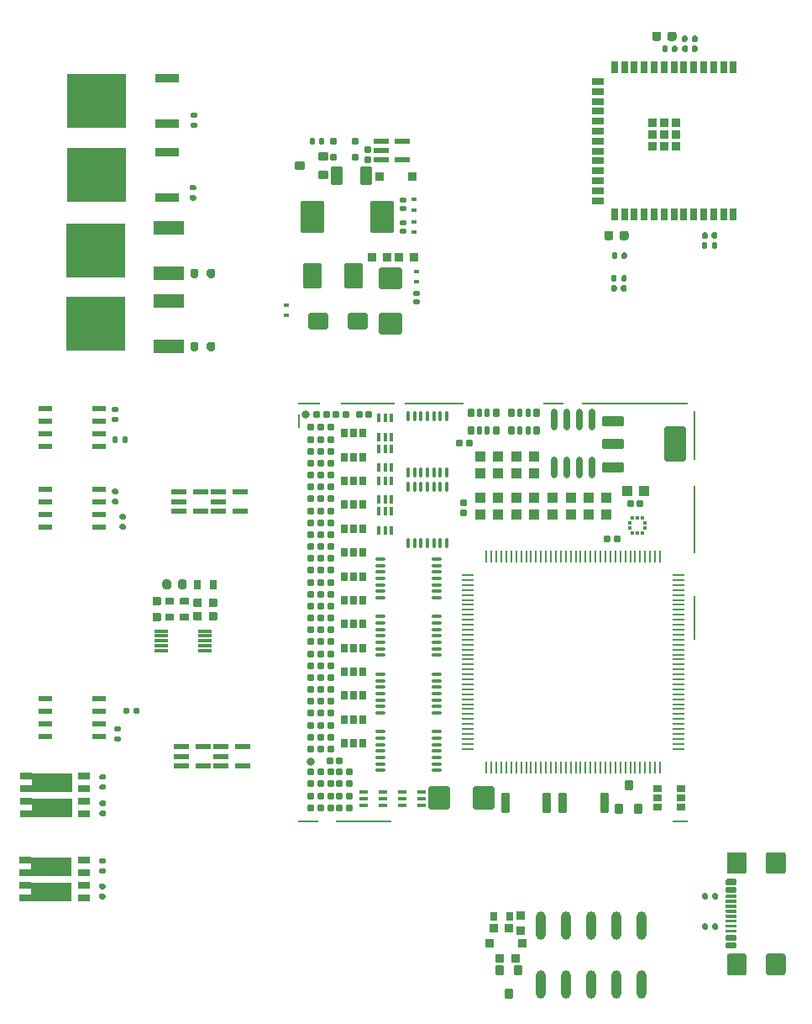
<source format=gtp>
G75*
G70*
%OFA0B0*%
%FSLAX25Y25*%
%IPPOS*%
%LPD*%
%AMOC8*
5,1,8,0,0,1.08239X$1,22.5*
%
%AMM125*
21,1,0.033470,0.026770,-0.000000,-0.000000,0.000000*
21,1,0.026770,0.033470,-0.000000,-0.000000,0.000000*
1,1,0.006690,0.013390,-0.013390*
1,1,0.006690,-0.013390,-0.013390*
1,1,0.006690,-0.013390,0.013390*
1,1,0.006690,0.013390,0.013390*
%
%AMM126*
21,1,0.035830,0.026770,-0.000000,-0.000000,180.000000*
21,1,0.029130,0.033470,-0.000000,-0.000000,180.000000*
1,1,0.006690,-0.014570,0.013390*
1,1,0.006690,0.014570,0.013390*
1,1,0.006690,0.014570,-0.013390*
1,1,0.006690,-0.014570,-0.013390*
%
%AMM127*
21,1,0.027560,0.030710,-0.000000,-0.000000,180.000000*
21,1,0.022050,0.036220,-0.000000,-0.000000,180.000000*
1,1,0.005510,-0.011020,0.015350*
1,1,0.005510,0.011020,0.015350*
1,1,0.005510,0.011020,-0.015350*
1,1,0.005510,-0.011020,-0.015350*
%
%AMM128*
21,1,0.035430,0.030320,-0.000000,-0.000000,180.000000*
21,1,0.028350,0.037400,-0.000000,-0.000000,180.000000*
1,1,0.007090,-0.014170,0.015160*
1,1,0.007090,0.014170,0.015160*
1,1,0.007090,0.014170,-0.015160*
1,1,0.007090,-0.014170,-0.015160*
%
%AMM129*
21,1,0.033470,0.026770,-0.000000,-0.000000,90.000000*
21,1,0.026770,0.033470,-0.000000,-0.000000,90.000000*
1,1,0.006690,0.013390,0.013390*
1,1,0.006690,0.013390,-0.013390*
1,1,0.006690,-0.013390,-0.013390*
1,1,0.006690,-0.013390,0.013390*
%
%AMM2*
21,1,0.035830,0.026770,0.000000,0.000000,0.000000*
21,1,0.029130,0.033470,0.000000,0.000000,0.000000*
1,1,0.006690,0.014570,-0.013390*
1,1,0.006690,-0.014570,-0.013390*
1,1,0.006690,-0.014570,0.013390*
1,1,0.006690,0.014570,0.013390*
%
%AMM21*
21,1,0.086610,0.073230,0.000000,0.000000,270.000000*
21,1,0.069290,0.090550,0.000000,0.000000,270.000000*
1,1,0.017320,-0.036610,-0.034650*
1,1,0.017320,-0.036610,0.034650*
1,1,0.017320,0.036610,0.034650*
1,1,0.017320,0.036610,-0.034650*
%
%AMM22*
21,1,0.094490,0.111020,0.000000,0.000000,0.000000*
21,1,0.075590,0.129920,0.000000,0.000000,0.000000*
1,1,0.018900,0.037800,-0.055510*
1,1,0.018900,-0.037800,-0.055510*
1,1,0.018900,-0.037800,0.055510*
1,1,0.018900,0.037800,0.055510*
%
%AMM23*
21,1,0.074800,0.083460,0.000000,0.000000,0.000000*
21,1,0.059840,0.098430,0.000000,0.000000,0.000000*
1,1,0.014960,0.029920,-0.041730*
1,1,0.014960,-0.029920,-0.041730*
1,1,0.014960,-0.029920,0.041730*
1,1,0.014960,0.029920,0.041730*
%
%AMM24*
21,1,0.078740,0.053540,0.000000,0.000000,180.000000*
21,1,0.065350,0.066930,0.000000,0.000000,180.000000*
1,1,0.013390,-0.032680,0.026770*
1,1,0.013390,0.032680,0.026770*
1,1,0.013390,0.032680,-0.026770*
1,1,0.013390,-0.032680,-0.026770*
%
%AMM25*
21,1,0.035430,0.030320,0.000000,0.000000,90.000000*
21,1,0.028350,0.037400,0.000000,0.000000,90.000000*
1,1,0.007090,0.015160,0.014170*
1,1,0.007090,0.015160,-0.014170*
1,1,0.007090,-0.015160,-0.014170*
1,1,0.007090,-0.015160,0.014170*
%
%AMM253*
21,1,0.035430,0.030320,0.000000,-0.000000,0.000000*
21,1,0.028350,0.037400,0.000000,-0.000000,0.000000*
1,1,0.007090,0.014170,-0.015160*
1,1,0.007090,-0.014170,-0.015160*
1,1,0.007090,-0.014170,0.015160*
1,1,0.007090,0.014170,0.015160*
%
%AMM254*
21,1,0.043310,0.075980,0.000000,-0.000000,270.000000*
21,1,0.034650,0.084650,0.000000,-0.000000,270.000000*
1,1,0.008660,-0.037990,-0.017320*
1,1,0.008660,-0.037990,0.017320*
1,1,0.008660,0.037990,0.017320*
1,1,0.008660,0.037990,-0.017320*
%
%AMM255*
21,1,0.043310,0.075990,0.000000,-0.000000,270.000000*
21,1,0.034650,0.084650,0.000000,-0.000000,270.000000*
1,1,0.008660,-0.037990,-0.017320*
1,1,0.008660,-0.037990,0.017320*
1,1,0.008660,0.037990,0.017320*
1,1,0.008660,0.037990,-0.017320*
%
%AMM256*
21,1,0.137800,0.067720,0.000000,-0.000000,270.000000*
21,1,0.120870,0.084650,0.000000,-0.000000,270.000000*
1,1,0.016930,-0.033860,-0.060430*
1,1,0.016930,-0.033860,0.060430*
1,1,0.016930,0.033860,0.060430*
1,1,0.016930,0.033860,-0.060430*
%
%AMM257*
21,1,0.039370,0.035430,0.000000,-0.000000,270.000000*
21,1,0.031500,0.043310,0.000000,-0.000000,270.000000*
1,1,0.007870,-0.017720,-0.015750*
1,1,0.007870,-0.017720,0.015750*
1,1,0.007870,0.017720,0.015750*
1,1,0.007870,0.017720,-0.015750*
%
%AMM258*
21,1,0.023620,0.030710,0.000000,-0.000000,90.000000*
21,1,0.018900,0.035430,0.000000,-0.000000,90.000000*
1,1,0.004720,0.015350,0.009450*
1,1,0.004720,0.015350,-0.009450*
1,1,0.004720,-0.015350,-0.009450*
1,1,0.004720,-0.015350,0.009450*
%
%AMM259*
21,1,0.027560,0.018900,0.000000,-0.000000,90.000000*
21,1,0.022840,0.023620,0.000000,-0.000000,90.000000*
1,1,0.004720,0.009450,0.011420*
1,1,0.004720,0.009450,-0.011420*
1,1,0.004720,-0.009450,-0.011420*
1,1,0.004720,-0.009450,0.011420*
%
%AMM26*
21,1,0.021650,0.052760,0.000000,0.000000,270.000000*
21,1,0.017320,0.057090,0.000000,0.000000,270.000000*
1,1,0.004330,-0.026380,-0.008660*
1,1,0.004330,-0.026380,0.008660*
1,1,0.004330,0.026380,0.008660*
1,1,0.004330,0.026380,-0.008660*
%
%AMM260*
21,1,0.023620,0.030710,0.000000,-0.000000,180.000000*
21,1,0.018900,0.035430,0.000000,-0.000000,180.000000*
1,1,0.004720,-0.009450,0.015350*
1,1,0.004720,0.009450,0.015350*
1,1,0.004720,0.009450,-0.015350*
1,1,0.004720,-0.009450,-0.015350*
%
%AMM261*
21,1,0.086610,0.073230,0.000000,-0.000000,0.000000*
21,1,0.069290,0.090550,0.000000,-0.000000,0.000000*
1,1,0.017320,0.034650,-0.036610*
1,1,0.017320,-0.034650,-0.036610*
1,1,0.017320,-0.034650,0.036610*
1,1,0.017320,0.034650,0.036610*
%
%AMM262*
21,1,0.025590,0.026380,0.000000,-0.000000,0.000000*
21,1,0.020470,0.031500,0.000000,-0.000000,0.000000*
1,1,0.005120,0.010240,-0.013190*
1,1,0.005120,-0.010240,-0.013190*
1,1,0.005120,-0.010240,0.013190*
1,1,0.005120,0.010240,0.013190*
%
%AMM263*
21,1,0.017720,0.027950,0.000000,-0.000000,0.000000*
21,1,0.014170,0.031500,0.000000,-0.000000,0.000000*
1,1,0.003540,0.007090,-0.013980*
1,1,0.003540,-0.007090,-0.013980*
1,1,0.003540,-0.007090,0.013980*
1,1,0.003540,0.007090,0.013980*
%
%AMM264*
21,1,0.031500,0.072440,0.000000,-0.000000,0.000000*
21,1,0.025200,0.078740,0.000000,-0.000000,0.000000*
1,1,0.006300,0.012600,-0.036220*
1,1,0.006300,-0.012600,-0.036220*
1,1,0.006300,-0.012600,0.036220*
1,1,0.006300,0.012600,0.036220*
%
%AMM265*
21,1,0.012600,0.028980,0.000000,-0.000000,0.000000*
21,1,0.010080,0.031500,0.000000,-0.000000,0.000000*
1,1,0.002520,0.005040,-0.014490*
1,1,0.002520,-0.005040,-0.014490*
1,1,0.002520,-0.005040,0.014490*
1,1,0.002520,0.005040,0.014490*
%
%AMM266*
21,1,0.012600,0.028980,0.000000,-0.000000,90.000000*
21,1,0.010080,0.031500,0.000000,-0.000000,90.000000*
1,1,0.002520,0.014490,0.005040*
1,1,0.002520,0.014490,-0.005040*
1,1,0.002520,-0.014490,-0.005040*
1,1,0.002520,-0.014490,0.005040*
%
%AMM267*
21,1,0.039370,0.035430,0.000000,-0.000000,180.000000*
21,1,0.031500,0.043310,0.000000,-0.000000,180.000000*
1,1,0.007870,-0.015750,0.017720*
1,1,0.007870,0.015750,0.017720*
1,1,0.007870,0.015750,-0.017720*
1,1,0.007870,-0.015750,-0.017720*
%
%AMM268*
21,1,0.027560,0.018900,0.000000,-0.000000,0.000000*
21,1,0.022840,0.023620,0.000000,-0.000000,0.000000*
1,1,0.004720,0.011420,-0.009450*
1,1,0.004720,-0.011420,-0.009450*
1,1,0.004720,-0.011420,0.009450*
1,1,0.004720,0.011420,0.009450*
%
%AMM27*
21,1,0.070870,0.036220,0.000000,0.000000,90.000000*
21,1,0.061810,0.045280,0.000000,0.000000,90.000000*
1,1,0.009060,0.018110,0.030910*
1,1,0.009060,0.018110,-0.030910*
1,1,0.009060,-0.018110,-0.030910*
1,1,0.009060,-0.018110,0.030910*
%
%AMM28*
21,1,0.033470,0.026770,0.000000,0.000000,0.000000*
21,1,0.026770,0.033470,0.000000,0.000000,0.000000*
1,1,0.006690,0.013390,-0.013390*
1,1,0.006690,-0.013390,-0.013390*
1,1,0.006690,-0.013390,0.013390*
1,1,0.006690,0.013390,0.013390*
%
%AMM29*
21,1,0.015750,0.016540,0.000000,0.000000,270.000000*
21,1,0.012600,0.019680,0.000000,0.000000,270.000000*
1,1,0.003150,-0.008270,-0.006300*
1,1,0.003150,-0.008270,0.006300*
1,1,0.003150,0.008270,0.006300*
1,1,0.003150,0.008270,-0.006300*
%
%AMM30*
21,1,0.023620,0.018900,0.000000,0.000000,90.000000*
21,1,0.018900,0.023620,0.000000,0.000000,90.000000*
1,1,0.004720,0.009450,0.009450*
1,1,0.004720,0.009450,-0.009450*
1,1,0.004720,-0.009450,-0.009450*
1,1,0.004720,-0.009450,0.009450*
%
%AMM31*
21,1,0.019680,0.019680,0.000000,0.000000,0.000000*
21,1,0.015750,0.023620,0.000000,0.000000,0.000000*
1,1,0.003940,0.007870,-0.009840*
1,1,0.003940,-0.007870,-0.009840*
1,1,0.003940,-0.007870,0.009840*
1,1,0.003940,0.007870,0.009840*
%
%AMM32*
21,1,0.019680,0.019680,0.000000,0.000000,270.000000*
21,1,0.015750,0.023620,0.000000,0.000000,270.000000*
1,1,0.003940,-0.009840,-0.007870*
1,1,0.003940,-0.009840,0.007870*
1,1,0.003940,0.009840,0.007870*
1,1,0.003940,0.009840,-0.007870*
%
%ADD107M21*%
%ADD108M22*%
%ADD109M23*%
%ADD110M24*%
%ADD111M25*%
%ADD112M26*%
%ADD113M27*%
%ADD114M28*%
%ADD115M29*%
%ADD116M30*%
%ADD117M31*%
%ADD118M32*%
%ADD120C,0.03150*%
%ADD156O,0.00866X0.05118*%
%ADD157O,0.05118X0.00866*%
%ADD169O,0.01181X0.04331*%
%ADD170O,0.04331X0.01181*%
%ADD174R,0.01476X0.01378*%
%ADD175R,0.01378X0.01476*%
%ADD21R,0.05750X0.02100*%
%ADD23R,0.12000X0.05500*%
%ADD24R,0.23300X0.21700*%
%ADD244R,0.05512X0.01181*%
%ADD269M125*%
%ADD270M126*%
%ADD271M127*%
%ADD272M128*%
%ADD273M129*%
%ADD302O,0.02362X0.08661*%
%ADD39R,0.02800X0.05100*%
%ADD40R,0.05100X0.02800*%
%ADD406M253*%
%ADD407M254*%
%ADD408M255*%
%ADD409M256*%
%ADD41R,0.03500X0.03500*%
%ADD410M257*%
%ADD411M258*%
%ADD412M259*%
%ADD413M260*%
%ADD414M261*%
%ADD415M262*%
%ADD416M263*%
%ADD417M264*%
%ADD418M265*%
%ADD419M266*%
%ADD42R,0.04528X0.02756*%
%ADD420M267*%
%ADD421M268*%
%ADD43R,0.04724X0.02756*%
%ADD44R,0.16142X0.07756*%
%ADD45R,0.09800X0.03700*%
%ADD66R,0.09055X0.00787*%
%ADD67R,0.42126X0.00787*%
%ADD68R,0.08268X0.00787*%
%ADD69R,0.23622X0.00787*%
%ADD70R,0.21260X0.00787*%
%ADD71R,0.00787X0.05512*%
%ADD72R,0.00787X0.19685*%
%ADD73R,0.00787X0.26772*%
%ADD74R,0.00787X0.17717*%
%ADD75R,0.06299X0.00787*%
%ADD76R,0.22441X0.00787*%
%ADD77R,0.07874X0.00787*%
%ADD79O,0.04016X0.11221*%
%ADD81M2*%
X0000000Y0000000D02*
%LPD*%
G01*
G36*
G01*
X0132362Y0119744D02*
X0132362Y0121201D01*
G75*
G02*
X0132894Y0121732I0000531J0000000D01*
G01*
X0133957Y0121732D01*
G75*
G02*
X0134488Y0121201I0000000J-000531D01*
G01*
X0134488Y0119744D01*
G75*
G02*
X0133957Y0119213I-000531J0000000D01*
G01*
X0132894Y0119213D01*
G75*
G02*
X0132362Y0119744I0000000J0000531D01*
G01*
G37*
G36*
G01*
X0136378Y0119744D02*
X0136378Y0121201D01*
G75*
G02*
X0136909Y0121732I0000531J0000000D01*
G01*
X0137972Y0121732D01*
G75*
G02*
X0138504Y0121201I0000000J-000531D01*
G01*
X0138504Y0119744D01*
G75*
G02*
X0137972Y0119213I-000531J0000000D01*
G01*
X0136909Y0119213D01*
G75*
G02*
X0136378Y0119744I0000000J0000531D01*
G01*
G37*
G36*
G01*
X0168575Y0295083D02*
X0168575Y0292917D01*
G75*
G02*
X0167787Y0292130I-000787J0000000D01*
G01*
X0166213Y0292130D01*
G75*
G02*
X0165425Y0292917I0000000J0000787D01*
G01*
X0165425Y0295083D01*
G75*
G02*
X0166213Y0295870I0000787J0000000D01*
G01*
X0167787Y0295870D01*
G75*
G02*
X0168575Y0295083I0000000J-000787D01*
G01*
G37*
G36*
G01*
X0162079Y0295083D02*
X0162079Y0292917D01*
G75*
G02*
X0161291Y0292130I-000787J0000000D01*
G01*
X0159717Y0292130D01*
G75*
G02*
X0158929Y0292917I0000000J0000787D01*
G01*
X0158929Y0295083D01*
G75*
G02*
X0159717Y0295870I0000787J0000000D01*
G01*
X0161291Y0295870D01*
G75*
G02*
X0162079Y0295083I0000000J-000787D01*
G01*
G37*
G36*
G01*
X0160965Y0351654D02*
X0159508Y0351654D01*
G75*
G02*
X0158976Y0352185I0000000J0000531D01*
G01*
X0158976Y0353248D01*
G75*
G02*
X0159508Y0353780I0000531J0000000D01*
G01*
X0160965Y0353780D01*
G75*
G02*
X0161496Y0353248I0000000J-000531D01*
G01*
X0161496Y0352185D01*
G75*
G02*
X0160965Y0351654I-000531J0000000D01*
G01*
G37*
G36*
G01*
X0160965Y0355669D02*
X0159508Y0355669D01*
G75*
G02*
X0158976Y0356201I0000000J0000531D01*
G01*
X0158976Y0357264D01*
G75*
G02*
X0159508Y0357795I0000531J0000000D01*
G01*
X0160965Y0357795D01*
G75*
G02*
X0161496Y0357264I0000000J-000531D01*
G01*
X0161496Y0356201D01*
G75*
G02*
X0160965Y0355669I-000531J0000000D01*
G01*
G37*
G36*
G01*
X0326118Y0300331D02*
X0326118Y0301669D01*
G75*
G02*
X0326669Y0302220I0000551J0000000D01*
G01*
X0327772Y0302220D01*
G75*
G02*
X0328323Y0301669I0000000J-000551D01*
G01*
X0328323Y0300331D01*
G75*
G02*
X0327772Y0299780I-000551J0000000D01*
G01*
X0326669Y0299780D01*
G75*
G02*
X0326118Y0300331I0000000J0000551D01*
G01*
G37*
G36*
G01*
X0329898Y0300331D02*
X0329898Y0301669D01*
G75*
G02*
X0330449Y0302220I0000551J0000000D01*
G01*
X0331551Y0302220D01*
G75*
G02*
X0332102Y0301669I0000000J-000551D01*
G01*
X0332102Y0300331D01*
G75*
G02*
X0331551Y0299780I-000551J0000000D01*
G01*
X0330449Y0299780D01*
G75*
G02*
X0329898Y0300331I0000000J0000551D01*
G01*
G37*
D21*
X0122725Y0225500D03*
X0122725Y0230500D03*
X0122725Y0235500D03*
X0122725Y0240500D03*
X0101275Y0240500D03*
X0101275Y0235500D03*
X0101275Y0230500D03*
X0101275Y0225500D03*
G36*
G01*
X0331988Y0288679D02*
X0331988Y0287321D01*
G75*
G02*
X0331407Y0286740I-000581J0000000D01*
G01*
X0330246Y0286740D01*
G75*
G02*
X0329665Y0287321I0000000J0000581D01*
G01*
X0329665Y0288679D01*
G75*
G02*
X0330246Y0289260I0000581J0000000D01*
G01*
X0331407Y0289260D01*
G75*
G02*
X0331988Y0288679I0000000J-000581D01*
G01*
G37*
G36*
G01*
X0328169Y0288679D02*
X0328169Y0287321D01*
G75*
G02*
X0327589Y0286740I-000581J0000000D01*
G01*
X0326427Y0286740D01*
G75*
G02*
X0325846Y0287321I0000000J0000581D01*
G01*
X0325846Y0288679D01*
G75*
G02*
X0326427Y0289260I0000581J0000000D01*
G01*
X0327589Y0289260D01*
G75*
G02*
X0328169Y0288679I0000000J-000581D01*
G01*
G37*
G36*
G01*
X0132728Y0192429D02*
X0131272Y0192429D01*
G75*
G02*
X0130740Y0192961I0000000J0000531D01*
G01*
X0130740Y0194024D01*
G75*
G02*
X0131272Y0194555I0000531J0000000D01*
G01*
X0132728Y0194555D01*
G75*
G02*
X0133260Y0194024I0000000J-000531D01*
G01*
X0133260Y0192961D01*
G75*
G02*
X0132728Y0192429I-000531J0000000D01*
G01*
G37*
G36*
G01*
X0132728Y0196445D02*
X0131272Y0196445D01*
G75*
G02*
X0130740Y0196976I0000000J0000531D01*
G01*
X0130740Y0198039D01*
G75*
G02*
X0131272Y0198571I0000531J0000000D01*
G01*
X0132728Y0198571D01*
G75*
G02*
X0133260Y0198039I0000000J-000531D01*
G01*
X0133260Y0196976D01*
G75*
G02*
X0132728Y0196445I-000531J0000000D01*
G01*
G37*
D23*
X0150300Y0264984D03*
D24*
X0121350Y0274000D03*
D23*
X0150300Y0283016D03*
G36*
G01*
X0123189Y0062028D02*
X0124646Y0062028D01*
G75*
G02*
X0125177Y0061496I0000000J-000531D01*
G01*
X0125177Y0060433D01*
G75*
G02*
X0124646Y0059902I-000531J0000000D01*
G01*
X0123189Y0059902D01*
G75*
G02*
X0122657Y0060433I0000000J0000531D01*
G01*
X0122657Y0061496D01*
G75*
G02*
X0123189Y0062028I0000531J0000000D01*
G01*
G37*
G36*
G01*
X0123189Y0058012D02*
X0124646Y0058012D01*
G75*
G02*
X0125177Y0057480I0000000J-000531D01*
G01*
X0125177Y0056417D01*
G75*
G02*
X0124646Y0055886I-000531J0000000D01*
G01*
X0123189Y0055886D01*
G75*
G02*
X0122657Y0056417I0000000J0000531D01*
G01*
X0122657Y0057480D01*
G75*
G02*
X0123189Y0058012I0000531J0000000D01*
G01*
G37*
X0150300Y0293984D03*
D24*
X0121350Y0303000D03*
D23*
X0150300Y0312016D03*
G36*
G01*
X0346118Y0382331D02*
X0346118Y0383669D01*
G75*
G02*
X0346669Y0384220I0000551J0000000D01*
G01*
X0347772Y0384220D01*
G75*
G02*
X0348323Y0383669I0000000J-000551D01*
G01*
X0348323Y0382331D01*
G75*
G02*
X0347772Y0381780I-000551J0000000D01*
G01*
X0346669Y0381780D01*
G75*
G02*
X0346118Y0382331I0000000J0000551D01*
G01*
G37*
G36*
G01*
X0349898Y0382331D02*
X0349898Y0383669D01*
G75*
G02*
X0350449Y0384220I0000551J0000000D01*
G01*
X0351551Y0384220D01*
G75*
G02*
X0352102Y0383669I0000000J-000551D01*
G01*
X0352102Y0382331D01*
G75*
G02*
X0351551Y0381780I-000551J0000000D01*
G01*
X0350449Y0381780D01*
G75*
G02*
X0349898Y0382331I0000000J0000551D01*
G01*
G37*
G36*
G01*
X0129728Y0234937D02*
X0128272Y0234937D01*
G75*
G02*
X0127740Y0235469I0000000J0000531D01*
G01*
X0127740Y0236531D01*
G75*
G02*
X0128272Y0237063I0000531J0000000D01*
G01*
X0129728Y0237063D01*
G75*
G02*
X0130260Y0236531I0000000J-000531D01*
G01*
X0130260Y0235469D01*
G75*
G02*
X0129728Y0234937I-000531J0000000D01*
G01*
G37*
G36*
G01*
X0129728Y0238953D02*
X0128272Y0238953D01*
G75*
G02*
X0127740Y0239484I0000000J0000531D01*
G01*
X0127740Y0240547D01*
G75*
G02*
X0128272Y0241079I0000531J0000000D01*
G01*
X0129728Y0241079D01*
G75*
G02*
X0130260Y0240547I0000000J-000531D01*
G01*
X0130260Y0239484D01*
G75*
G02*
X0129728Y0238953I-000531J0000000D01*
G01*
G37*
G36*
G01*
X0127929Y0227272D02*
X0127929Y0228728D01*
G75*
G02*
X0128461Y0229260I0000531J0000000D01*
G01*
X0129524Y0229260D01*
G75*
G02*
X0130055Y0228728I0000000J-000531D01*
G01*
X0130055Y0227272D01*
G75*
G02*
X0129524Y0226740I-000531J0000000D01*
G01*
X0128461Y0226740D01*
G75*
G02*
X0127929Y0227272I0000000J0000531D01*
G01*
G37*
G36*
G01*
X0131945Y0227272D02*
X0131945Y0228728D01*
G75*
G02*
X0132476Y0229260I0000531J0000000D01*
G01*
X0133539Y0229260D01*
G75*
G02*
X0134071Y0228728I0000000J-000531D01*
G01*
X0134071Y0227272D01*
G75*
G02*
X0133539Y0226740I-000531J0000000D01*
G01*
X0132476Y0226740D01*
G75*
G02*
X0131945Y0227272I0000000J0000531D01*
G01*
G37*
G36*
G01*
X0160571Y0322874D02*
X0159114Y0322874D01*
G75*
G02*
X0158583Y0323406I0000000J0000531D01*
G01*
X0158583Y0324469D01*
G75*
G02*
X0159114Y0325000I0000531J0000000D01*
G01*
X0160571Y0325000D01*
G75*
G02*
X0161102Y0324469I0000000J-000531D01*
G01*
X0161102Y0323406D01*
G75*
G02*
X0160571Y0322874I-000531J0000000D01*
G01*
G37*
G36*
G01*
X0160571Y0326890D02*
X0159114Y0326890D01*
G75*
G02*
X0158583Y0327421I0000000J0000531D01*
G01*
X0158583Y0328484D01*
G75*
G02*
X0159114Y0329016I0000531J0000000D01*
G01*
X0160571Y0329016D01*
G75*
G02*
X0161102Y0328484I0000000J-000531D01*
G01*
X0161102Y0327421D01*
G75*
G02*
X0160571Y0326890I-000531J0000000D01*
G01*
G37*
G36*
G01*
X0325937Y0291272D02*
X0325937Y0292728D01*
G75*
G02*
X0326469Y0293260I0000531J0000000D01*
G01*
X0327531Y0293260D01*
G75*
G02*
X0328063Y0292728I0000000J-000531D01*
G01*
X0328063Y0291272D01*
G75*
G02*
X0327531Y0290740I-000531J0000000D01*
G01*
X0326469Y0290740D01*
G75*
G02*
X0325937Y0291272I0000000J0000531D01*
G01*
G37*
G36*
G01*
X0329953Y0291272D02*
X0329953Y0292728D01*
G75*
G02*
X0330484Y0293260I0000531J0000000D01*
G01*
X0331547Y0293260D01*
G75*
G02*
X0332079Y0292728I0000000J-000531D01*
G01*
X0332079Y0291272D01*
G75*
G02*
X0331547Y0290740I-000531J0000000D01*
G01*
X0330484Y0290740D01*
G75*
G02*
X0329953Y0291272I0000000J0000531D01*
G01*
G37*
G36*
G01*
X0130650Y0108346D02*
X0129193Y0108346D01*
G75*
G02*
X0128661Y0108878I0000000J0000531D01*
G01*
X0128661Y0109941D01*
G75*
G02*
X0129193Y0110472I0000531J0000000D01*
G01*
X0130650Y0110472D01*
G75*
G02*
X0131181Y0109941I0000000J-000531D01*
G01*
X0131181Y0108878D01*
G75*
G02*
X0130650Y0108346I-000531J0000000D01*
G01*
G37*
G36*
G01*
X0130650Y0112362D02*
X0129193Y0112362D01*
G75*
G02*
X0128661Y0112894I0000000J0000531D01*
G01*
X0128661Y0113957D01*
G75*
G02*
X0129193Y0114488I0000531J0000000D01*
G01*
X0130650Y0114488D01*
G75*
G02*
X0131181Y0113957I0000000J-000531D01*
G01*
X0131181Y0112894D01*
G75*
G02*
X0130650Y0112362I-000531J0000000D01*
G01*
G37*
G36*
G01*
X0361929Y0304272D02*
X0361929Y0305728D01*
G75*
G02*
X0362461Y0306260I0000531J0000000D01*
G01*
X0363524Y0306260D01*
G75*
G02*
X0364055Y0305728I0000000J-000531D01*
G01*
X0364055Y0304272D01*
G75*
G02*
X0363524Y0303740I-000531J0000000D01*
G01*
X0362461Y0303740D01*
G75*
G02*
X0361929Y0304272I0000000J0000531D01*
G01*
G37*
G36*
G01*
X0365945Y0304272D02*
X0365945Y0305728D01*
G75*
G02*
X0366476Y0306260I0000531J0000000D01*
G01*
X0367539Y0306260D01*
G75*
G02*
X0368071Y0305728I0000000J-000531D01*
G01*
X0368071Y0304272D01*
G75*
G02*
X0367539Y0303740I-000531J0000000D01*
G01*
X0366476Y0303740D01*
G75*
G02*
X0365945Y0304272I0000000J0000531D01*
G01*
G37*
G36*
G01*
X0123287Y0084961D02*
X0124744Y0084961D01*
G75*
G02*
X0125276Y0084429I0000000J-000531D01*
G01*
X0125276Y0083366D01*
G75*
G02*
X0124744Y0082835I-000531J0000000D01*
G01*
X0123287Y0082835D01*
G75*
G02*
X0122756Y0083366I0000000J0000531D01*
G01*
X0122756Y0084429D01*
G75*
G02*
X0123287Y0084961I0000531J0000000D01*
G01*
G37*
G36*
G01*
X0123287Y0080945D02*
X0124744Y0080945D01*
G75*
G02*
X0125276Y0080413I0000000J-000531D01*
G01*
X0125276Y0079350D01*
G75*
G02*
X0124744Y0078819I-000531J0000000D01*
G01*
X0123287Y0078819D01*
G75*
G02*
X0122756Y0079350I0000000J0000531D01*
G01*
X0122756Y0080413D01*
G75*
G02*
X0123287Y0080945I0000531J0000000D01*
G01*
G37*
G36*
G01*
X0123287Y0095394D02*
X0124744Y0095394D01*
G75*
G02*
X0125276Y0094862I0000000J-000531D01*
G01*
X0125276Y0093799D01*
G75*
G02*
X0124744Y0093268I-000531J0000000D01*
G01*
X0123287Y0093268D01*
G75*
G02*
X0122756Y0093799I0000000J0000531D01*
G01*
X0122756Y0094862D01*
G75*
G02*
X0123287Y0095394I0000531J0000000D01*
G01*
G37*
G36*
G01*
X0123287Y0091378D02*
X0124744Y0091378D01*
G75*
G02*
X0125276Y0090846I0000000J-000531D01*
G01*
X0125276Y0089783D01*
G75*
G02*
X0124744Y0089252I-000531J0000000D01*
G01*
X0123287Y0089252D01*
G75*
G02*
X0122756Y0089783I0000000J0000531D01*
G01*
X0122756Y0090846D01*
G75*
G02*
X0123287Y0091378I0000531J0000000D01*
G01*
G37*
G36*
G01*
X0354020Y0386272D02*
X0354020Y0387728D01*
G75*
G02*
X0354551Y0388260I0000531J0000000D01*
G01*
X0355614Y0388260D01*
G75*
G02*
X0356146Y0387728I0000000J-000531D01*
G01*
X0356146Y0386272D01*
G75*
G02*
X0355614Y0385740I-000531J0000000D01*
G01*
X0354551Y0385740D01*
G75*
G02*
X0354020Y0386272I0000000J0000531D01*
G01*
G37*
G36*
G01*
X0358035Y0386272D02*
X0358035Y0387728D01*
G75*
G02*
X0358567Y0388260I0000531J0000000D01*
G01*
X0359630Y0388260D01*
G75*
G02*
X0360161Y0387728I0000000J-000531D01*
G01*
X0360161Y0386272D01*
G75*
G02*
X0359630Y0385740I-000531J0000000D01*
G01*
X0358567Y0385740D01*
G75*
G02*
X0358035Y0386272I0000000J0000531D01*
G01*
G37*
G36*
G01*
X0323126Y0308016D02*
X0323126Y0309984D01*
G75*
G02*
X0324012Y0310870I0000886J0000000D01*
G01*
X0325783Y0310870D01*
G75*
G02*
X0326669Y0309984I0000000J-000886D01*
G01*
X0326669Y0308016D01*
G75*
G02*
X0325783Y0307130I-000886J0000000D01*
G01*
X0324012Y0307130D01*
G75*
G02*
X0323126Y0308016I0000000J0000886D01*
G01*
G37*
G36*
G01*
X0329228Y0308016D02*
X0329228Y0309984D01*
G75*
G02*
X0330114Y0310870I0000886J0000000D01*
G01*
X0331886Y0310870D01*
G75*
G02*
X0332772Y0309984I0000000J-000886D01*
G01*
X0332772Y0308016D01*
G75*
G02*
X0331886Y0307130I-000886J0000000D01*
G01*
X0330114Y0307130D01*
G75*
G02*
X0329228Y0308016I0000000J0000886D01*
G01*
G37*
G36*
G01*
X0342126Y0387016D02*
X0342126Y0388984D01*
G75*
G02*
X0343012Y0389870I0000886J0000000D01*
G01*
X0344783Y0389870D01*
G75*
G02*
X0345669Y0388984I0000000J-000886D01*
G01*
X0345669Y0387016D01*
G75*
G02*
X0344783Y0386130I-000886J0000000D01*
G01*
X0343012Y0386130D01*
G75*
G02*
X0342126Y0387016I0000000J0000886D01*
G01*
G37*
G36*
G01*
X0348228Y0387016D02*
X0348228Y0388984D01*
G75*
G02*
X0349114Y0389870I0000886J0000000D01*
G01*
X0350886Y0389870D01*
G75*
G02*
X0351772Y0388984I0000000J-000886D01*
G01*
X0351772Y0387016D01*
G75*
G02*
X0350886Y0386130I-000886J0000000D01*
G01*
X0349114Y0386130D01*
G75*
G02*
X0348228Y0387016I0000000J0000886D01*
G01*
G37*
G36*
G01*
X0354020Y0382321D02*
X0354020Y0383679D01*
G75*
G02*
X0354600Y0384260I0000581J0000000D01*
G01*
X0355762Y0384260D01*
G75*
G02*
X0356343Y0383679I0000000J-000581D01*
G01*
X0356343Y0382321D01*
G75*
G02*
X0355762Y0381740I-000581J0000000D01*
G01*
X0354600Y0381740D01*
G75*
G02*
X0354020Y0382321I0000000J0000581D01*
G01*
G37*
G36*
G01*
X0357839Y0382321D02*
X0357839Y0383679D01*
G75*
G02*
X0358419Y0384260I0000581J0000000D01*
G01*
X0359581Y0384260D01*
G75*
G02*
X0360161Y0383679I0000000J-000581D01*
G01*
X0360161Y0382321D01*
G75*
G02*
X0359581Y0381740I-000581J0000000D01*
G01*
X0358419Y0381740D01*
G75*
G02*
X0357839Y0382321I0000000J0000581D01*
G01*
G37*
D21*
X0122725Y0193500D03*
X0122725Y0198500D03*
X0122725Y0203500D03*
X0122725Y0208500D03*
X0101275Y0208500D03*
X0101275Y0203500D03*
X0101275Y0198500D03*
X0101275Y0193500D03*
X0122725Y0110500D03*
X0122725Y0115500D03*
X0122725Y0120500D03*
X0122725Y0125500D03*
X0101275Y0125500D03*
X0101275Y0120500D03*
X0101275Y0115500D03*
X0101275Y0110500D03*
G36*
G01*
X0375128Y0026322D02*
X0371782Y0026322D01*
G75*
G02*
X0371191Y0026913I0000000J0000591D01*
G01*
X0371191Y0028094D01*
G75*
G02*
X0371782Y0028684I0000591J0000000D01*
G01*
X0375128Y0028684D01*
G75*
G02*
X0375719Y0028094I0000000J-000591D01*
G01*
X0375719Y0026913D01*
G75*
G02*
X0375128Y0026322I-000591J0000000D01*
G01*
G37*
G36*
G01*
X0375128Y0029472D02*
X0371782Y0029472D01*
G75*
G02*
X0371191Y0030062I0000000J0000591D01*
G01*
X0371191Y0031243D01*
G75*
G02*
X0371782Y0031834I0000591J0000000D01*
G01*
X0375128Y0031834D01*
G75*
G02*
X0375719Y0031243I0000000J-000591D01*
G01*
X0375719Y0030062D01*
G75*
G02*
X0375128Y0029472I-000591J0000000D01*
G01*
G37*
G36*
G01*
X0375423Y0034590D02*
X0371486Y0034590D01*
G75*
G02*
X0371191Y0034885I0000000J0000295D01*
G01*
X0371191Y0035476D01*
G75*
G02*
X0371486Y0035771I0000295J0000000D01*
G01*
X0375423Y0035771D01*
G75*
G02*
X0375719Y0035476I0000000J-000295D01*
G01*
X0375719Y0034885D01*
G75*
G02*
X0375423Y0034590I-000295J0000000D01*
G01*
G37*
G36*
G01*
X0375423Y0038527D02*
X0371486Y0038527D01*
G75*
G02*
X0371191Y0038822I0000000J0000295D01*
G01*
X0371191Y0039413D01*
G75*
G02*
X0371486Y0039708I0000295J0000000D01*
G01*
X0375423Y0039708D01*
G75*
G02*
X0375719Y0039413I0000000J-000295D01*
G01*
X0375719Y0038822D01*
G75*
G02*
X0375423Y0038527I-000295J0000000D01*
G01*
G37*
G36*
G01*
X0375423Y0040495D02*
X0371486Y0040495D01*
G75*
G02*
X0371191Y0040791I0000000J0000295D01*
G01*
X0371191Y0041381D01*
G75*
G02*
X0371486Y0041676I0000295J0000000D01*
G01*
X0375423Y0041676D01*
G75*
G02*
X0375719Y0041381I0000000J-000295D01*
G01*
X0375719Y0040791D01*
G75*
G02*
X0375423Y0040495I-000295J0000000D01*
G01*
G37*
G36*
G01*
X0375423Y0044432D02*
X0371486Y0044432D01*
G75*
G02*
X0371191Y0044728I0000000J0000295D01*
G01*
X0371191Y0045318D01*
G75*
G02*
X0371486Y0045613I0000295J0000000D01*
G01*
X0375423Y0045613D01*
G75*
G02*
X0375719Y0045318I0000000J-000295D01*
G01*
X0375719Y0044728D01*
G75*
G02*
X0375423Y0044432I-000295J0000000D01*
G01*
G37*
G36*
G01*
X0375128Y0048369D02*
X0371782Y0048369D01*
G75*
G02*
X0371191Y0048960I0000000J0000591D01*
G01*
X0371191Y0050141D01*
G75*
G02*
X0371782Y0050732I0000591J0000000D01*
G01*
X0375128Y0050732D01*
G75*
G02*
X0375719Y0050141I0000000J-000591D01*
G01*
X0375719Y0048960D01*
G75*
G02*
X0375128Y0048369I-000591J0000000D01*
G01*
G37*
G36*
G01*
X0375128Y0051519D02*
X0371782Y0051519D01*
G75*
G02*
X0371191Y0052110I0000000J0000591D01*
G01*
X0371191Y0053291D01*
G75*
G02*
X0371782Y0053881I0000591J0000000D01*
G01*
X0375128Y0053881D01*
G75*
G02*
X0375719Y0053291I0000000J-000591D01*
G01*
X0375719Y0052110D01*
G75*
G02*
X0375128Y0051519I-000591J0000000D01*
G01*
G37*
G36*
G01*
X0375128Y0051519D02*
X0371782Y0051519D01*
G75*
G02*
X0371191Y0052110I0000000J0000591D01*
G01*
X0371191Y0053291D01*
G75*
G02*
X0371782Y0053881I0000591J0000000D01*
G01*
X0375128Y0053881D01*
G75*
G02*
X0375719Y0053291I0000000J-000591D01*
G01*
X0375719Y0052110D01*
G75*
G02*
X0375128Y0051519I-000591J0000000D01*
G01*
G37*
G36*
G01*
X0375128Y0048369D02*
X0371782Y0048369D01*
G75*
G02*
X0371191Y0048960I0000000J0000591D01*
G01*
X0371191Y0050141D01*
G75*
G02*
X0371782Y0050732I0000591J0000000D01*
G01*
X0375128Y0050732D01*
G75*
G02*
X0375719Y0050141I0000000J-000591D01*
G01*
X0375719Y0048960D01*
G75*
G02*
X0375128Y0048369I-000591J0000000D01*
G01*
G37*
G36*
G01*
X0375423Y0046401D02*
X0371486Y0046401D01*
G75*
G02*
X0371191Y0046696I0000000J0000295D01*
G01*
X0371191Y0047287D01*
G75*
G02*
X0371486Y0047582I0000295J0000000D01*
G01*
X0375423Y0047582D01*
G75*
G02*
X0375719Y0047287I0000000J-000295D01*
G01*
X0375719Y0046696D01*
G75*
G02*
X0375423Y0046401I-000295J0000000D01*
G01*
G37*
G36*
G01*
X0375423Y0042464D02*
X0371486Y0042464D01*
G75*
G02*
X0371191Y0042759I0000000J0000295D01*
G01*
X0371191Y0043350D01*
G75*
G02*
X0371486Y0043645I0000295J0000000D01*
G01*
X0375423Y0043645D01*
G75*
G02*
X0375719Y0043350I0000000J-000295D01*
G01*
X0375719Y0042759D01*
G75*
G02*
X0375423Y0042464I-000295J0000000D01*
G01*
G37*
G36*
G01*
X0375423Y0036558D02*
X0371486Y0036558D01*
G75*
G02*
X0371191Y0036854I0000000J0000295D01*
G01*
X0371191Y0037444D01*
G75*
G02*
X0371486Y0037739I0000295J0000000D01*
G01*
X0375423Y0037739D01*
G75*
G02*
X0375719Y0037444I0000000J-000295D01*
G01*
X0375719Y0036854D01*
G75*
G02*
X0375423Y0036558I-000295J0000000D01*
G01*
G37*
G36*
G01*
X0375423Y0032621D02*
X0371486Y0032621D01*
G75*
G02*
X0371191Y0032917I0000000J0000295D01*
G01*
X0371191Y0033507D01*
G75*
G02*
X0371486Y0033802I0000295J0000000D01*
G01*
X0375423Y0033802D01*
G75*
G02*
X0375719Y0033507I0000000J-000295D01*
G01*
X0375719Y0032917D01*
G75*
G02*
X0375423Y0032621I-000295J0000000D01*
G01*
G37*
G36*
G01*
X0375128Y0029472D02*
X0371782Y0029472D01*
G75*
G02*
X0371191Y0030062I0000000J0000591D01*
G01*
X0371191Y0031243D01*
G75*
G02*
X0371782Y0031834I0000591J0000000D01*
G01*
X0375128Y0031834D01*
G75*
G02*
X0375719Y0031243I0000000J-000591D01*
G01*
X0375719Y0030062D01*
G75*
G02*
X0375128Y0029472I-000591J0000000D01*
G01*
G37*
G36*
G01*
X0375128Y0026322D02*
X0371782Y0026322D01*
G75*
G02*
X0371191Y0026913I0000000J0000591D01*
G01*
X0371191Y0028094D01*
G75*
G02*
X0371782Y0028684I0000591J0000000D01*
G01*
X0375128Y0028684D01*
G75*
G02*
X0375719Y0028094I0000000J-000591D01*
G01*
X0375719Y0026913D01*
G75*
G02*
X0375128Y0026322I-000591J0000000D01*
G01*
G37*
G36*
G01*
X0378671Y0015692D02*
X0372766Y0015692D01*
G75*
G02*
X0371782Y0016676I0000000J0000984D01*
G01*
X0371782Y0023291D01*
G75*
G02*
X0372766Y0024275I0000984J0000000D01*
G01*
X0378671Y0024275D01*
G75*
G02*
X0379656Y0023291I0000000J-000984D01*
G01*
X0379656Y0016676D01*
G75*
G02*
X0378671Y0015692I-000984J0000000D01*
G01*
G37*
G36*
G01*
X0394144Y0015692D02*
X0388238Y0015692D01*
G75*
G02*
X0387254Y0016676I0000000J0000984D01*
G01*
X0387254Y0023291D01*
G75*
G02*
X0388238Y0024275I0000984J0000000D01*
G01*
X0394144Y0024275D01*
G75*
G02*
X0395128Y0023291I0000000J-000984D01*
G01*
X0395128Y0016676D01*
G75*
G02*
X0394144Y0015692I-000984J0000000D01*
G01*
G37*
G36*
G01*
X0378671Y0055928D02*
X0372766Y0055928D01*
G75*
G02*
X0371782Y0056913I0000000J0000984D01*
G01*
X0371782Y0063527D01*
G75*
G02*
X0372766Y0064511I0000984J0000000D01*
G01*
X0378671Y0064511D01*
G75*
G02*
X0379656Y0063527I0000000J-000984D01*
G01*
X0379656Y0056913D01*
G75*
G02*
X0378671Y0055928I-000984J0000000D01*
G01*
G37*
G36*
G01*
X0394144Y0055928D02*
X0388238Y0055928D01*
G75*
G02*
X0387254Y0056913I0000000J0000984D01*
G01*
X0387254Y0063527D01*
G75*
G02*
X0388238Y0064511I0000984J0000000D01*
G01*
X0394144Y0064511D01*
G75*
G02*
X0395128Y0063527I0000000J-000984D01*
G01*
X0395128Y0056913D01*
G75*
G02*
X0394144Y0055928I-000984J0000000D01*
G01*
G37*
G36*
G01*
X0368211Y0035712D02*
X0368211Y0034255D01*
G75*
G02*
X0367679Y0033724I-000531J0000000D01*
G01*
X0366616Y0033724D01*
G75*
G02*
X0366085Y0034255I0000000J0000531D01*
G01*
X0366085Y0035712D01*
G75*
G02*
X0366616Y0036243I0000531J0000000D01*
G01*
X0367679Y0036243D01*
G75*
G02*
X0368211Y0035712I0000000J-000531D01*
G01*
G37*
G36*
G01*
X0364195Y0035712D02*
X0364195Y0034255D01*
G75*
G02*
X0363663Y0033724I-000531J0000000D01*
G01*
X0362601Y0033724D01*
G75*
G02*
X0362069Y0034255I0000000J0000531D01*
G01*
X0362069Y0035712D01*
G75*
G02*
X0362601Y0036243I0000531J0000000D01*
G01*
X0363663Y0036243D01*
G75*
G02*
X0364195Y0035712I0000000J-000531D01*
G01*
G37*
G36*
G01*
X0361921Y0308321D02*
X0361921Y0309679D01*
G75*
G02*
X0362502Y0310260I0000581J0000000D01*
G01*
X0363663Y0310260D01*
G75*
G02*
X0364244Y0309679I0000000J-000581D01*
G01*
X0364244Y0308321D01*
G75*
G02*
X0363663Y0307740I-000581J0000000D01*
G01*
X0362502Y0307740D01*
G75*
G02*
X0361921Y0308321I0000000J0000581D01*
G01*
G37*
G36*
G01*
X0365740Y0308321D02*
X0365740Y0309679D01*
G75*
G02*
X0366321Y0310260I0000581J0000000D01*
G01*
X0367482Y0310260D01*
G75*
G02*
X0368063Y0309679I0000000J-000581D01*
G01*
X0368063Y0308321D01*
G75*
G02*
X0367482Y0307740I-000581J0000000D01*
G01*
X0366321Y0307740D01*
G75*
G02*
X0365740Y0308321I0000000J0000581D01*
G01*
G37*
G36*
G01*
X0168575Y0266083D02*
X0168575Y0263917D01*
G75*
G02*
X0167787Y0263130I-000787J0000000D01*
G01*
X0166213Y0263130D01*
G75*
G02*
X0165425Y0263917I0000000J0000787D01*
G01*
X0165425Y0266083D01*
G75*
G02*
X0166213Y0266870I0000787J0000000D01*
G01*
X0167787Y0266870D01*
G75*
G02*
X0168575Y0266083I0000000J-000787D01*
G01*
G37*
G36*
G01*
X0162079Y0266083D02*
X0162079Y0263917D01*
G75*
G02*
X0161291Y0263130I-000787J0000000D01*
G01*
X0159717Y0263130D01*
G75*
G02*
X0158929Y0263917I0000000J0000787D01*
G01*
X0158929Y0266083D01*
G75*
G02*
X0159717Y0266870I0000787J0000000D01*
G01*
X0161291Y0266870D01*
G75*
G02*
X0162079Y0266083I0000000J-000787D01*
G01*
G37*
G36*
G01*
X0368219Y0047712D02*
X0368219Y0046255D01*
G75*
G02*
X0367687Y0045724I-000531J0000000D01*
G01*
X0366624Y0045724D01*
G75*
G02*
X0366093Y0046255I0000000J0000531D01*
G01*
X0366093Y0047712D01*
G75*
G02*
X0366624Y0048243I0000531J0000000D01*
G01*
X0367687Y0048243D01*
G75*
G02*
X0368219Y0047712I0000000J-000531D01*
G01*
G37*
G36*
G01*
X0364203Y0047712D02*
X0364203Y0046255D01*
G75*
G02*
X0363671Y0045724I-000531J0000000D01*
G01*
X0362608Y0045724D01*
G75*
G02*
X0362077Y0046255I0000000J0000531D01*
G01*
X0362077Y0047712D01*
G75*
G02*
X0362608Y0048243I0000531J0000000D01*
G01*
X0363671Y0048243D01*
G75*
G02*
X0364203Y0047712I0000000J-000531D01*
G01*
G37*
D39*
X0374409Y0375591D03*
X0370472Y0375591D03*
X0366535Y0375591D03*
X0362598Y0375591D03*
X0358661Y0375591D03*
X0354724Y0375591D03*
X0350787Y0375591D03*
X0346850Y0375591D03*
X0342913Y0375591D03*
X0338976Y0375591D03*
X0335039Y0375591D03*
X0331102Y0375591D03*
X0327165Y0375591D03*
D40*
X0320669Y0370079D03*
X0320669Y0366142D03*
X0320669Y0362205D03*
X0320669Y0358268D03*
X0320669Y0354331D03*
X0320669Y0350394D03*
X0320669Y0346457D03*
X0320669Y0342520D03*
X0320669Y0338583D03*
X0320669Y0334646D03*
X0320669Y0330709D03*
X0320669Y0326772D03*
X0320669Y0322835D03*
D39*
X0327165Y0317323D03*
X0331102Y0317323D03*
X0335039Y0317323D03*
X0338976Y0317323D03*
X0342913Y0317323D03*
X0346850Y0317323D03*
X0350787Y0317323D03*
X0354724Y0317323D03*
X0358661Y0317323D03*
X0362598Y0317323D03*
X0366535Y0317323D03*
X0370472Y0317323D03*
X0374409Y0317323D03*
D41*
X0351575Y0353858D03*
X0351575Y0349134D03*
X0351575Y0344409D03*
X0346850Y0353858D03*
X0346850Y0349134D03*
X0346850Y0344409D03*
X0342126Y0353858D03*
X0342126Y0349134D03*
X0342126Y0344409D03*
D42*
X0116437Y0046358D03*
X0116437Y0051358D03*
X0116437Y0056358D03*
X0116437Y0061358D03*
D43*
X0093307Y0061358D03*
X0093307Y0056358D03*
X0093307Y0051358D03*
X0093307Y0046358D03*
D44*
X0103740Y0048858D03*
X0103740Y0058858D03*
D45*
X0149606Y0353260D03*
X0149606Y0371260D03*
D24*
X0121656Y0362260D03*
G36*
G01*
X0129728Y0202421D02*
X0128272Y0202421D01*
G75*
G02*
X0127740Y0202953I0000000J0000531D01*
G01*
X0127740Y0204016D01*
G75*
G02*
X0128272Y0204547I0000531J0000000D01*
G01*
X0129728Y0204547D01*
G75*
G02*
X0130260Y0204016I0000000J-000531D01*
G01*
X0130260Y0202953D01*
G75*
G02*
X0129728Y0202421I-000531J0000000D01*
G01*
G37*
G36*
G01*
X0129728Y0206437D02*
X0128272Y0206437D01*
G75*
G02*
X0127740Y0206969I0000000J0000531D01*
G01*
X0127740Y0208031D01*
G75*
G02*
X0128272Y0208563I0000531J0000000D01*
G01*
X0129728Y0208563D01*
G75*
G02*
X0130260Y0208031I0000000J-000531D01*
G01*
X0130260Y0206969D01*
G75*
G02*
X0129728Y0206437I-000531J0000000D01*
G01*
G37*
G36*
G01*
X0123189Y0051988D02*
X0124646Y0051988D01*
G75*
G02*
X0125177Y0051457I0000000J-000531D01*
G01*
X0125177Y0050394D01*
G75*
G02*
X0124646Y0049862I-000531J0000000D01*
G01*
X0123189Y0049862D01*
G75*
G02*
X0122657Y0050394I0000000J0000531D01*
G01*
X0122657Y0051457D01*
G75*
G02*
X0123189Y0051988I0000531J0000000D01*
G01*
G37*
G36*
G01*
X0123189Y0047972D02*
X0124646Y0047972D01*
G75*
G02*
X0125177Y0047441I0000000J-000531D01*
G01*
X0125177Y0046378D01*
G75*
G02*
X0124646Y0045846I-000531J0000000D01*
G01*
X0123189Y0045846D01*
G75*
G02*
X0122657Y0046378I0000000J0000531D01*
G01*
X0122657Y0047441D01*
G75*
G02*
X0123189Y0047972I0000531J0000000D01*
G01*
G37*
D42*
X0116732Y0079685D03*
X0116732Y0084685D03*
X0116732Y0089685D03*
X0116732Y0094685D03*
D43*
X0093602Y0094685D03*
X0093602Y0089685D03*
X0093602Y0084685D03*
X0093602Y0079685D03*
D44*
X0104035Y0082185D03*
X0104035Y0092185D03*
D45*
X0149606Y0324016D03*
X0149606Y0342016D03*
D24*
X0121656Y0333016D03*
X0345664Y0045971D02*
G01*
G75*
D79*
X0298007Y0035341D02*
D03*
X0298007Y0011916D02*
D03*
X0308007Y0035341D02*
D03*
X0308007Y0011916D02*
D03*
X0318007Y0035341D02*
D03*
X0318007Y0011916D02*
D03*
X0328007Y0035341D02*
D03*
X0328007Y0011916D02*
D03*
X0338007Y0035341D02*
D03*
X0338007Y0011916D02*
D03*
D269*
X0287948Y0022251D02*
D03*
X0281727Y0022251D02*
D03*
X0285389Y0034258D02*
D03*
X0279168Y0034258D02*
D03*
D270*
X0277751Y0028254D02*
D03*
X0290743Y0028254D02*
D03*
D271*
X0279227Y0038884D02*
D03*
X0285526Y0038884D02*
D03*
D272*
X0285231Y0008392D02*
D03*
X0288971Y0017644D02*
D03*
D272*
X0281491Y0017644D02*
D03*
D273*
X0289857Y0039435D02*
D03*
X0289857Y0033215D02*
D03*
X0193024Y0267547D02*
G01*
G75*
D107*
X0238103Y0291914D02*
D03*
X0238103Y0274197D02*
D03*
D108*
X0234776Y0316366D02*
D03*
X0207414Y0316366D02*
D03*
D109*
X0223536Y0293138D02*
D03*
X0207394Y0293138D02*
D03*
D110*
X0225307Y0275027D02*
D03*
X0209559Y0275027D02*
D03*
D111*
X0202368Y0336805D02*
D03*
X0211620Y0333065D02*
D03*
D111*
X0211620Y0340545D02*
D03*
D112*
X0234455Y0346484D02*
D03*
D112*
X0234455Y0342744D02*
D03*
X0234455Y0339004D02*
D03*
X0242919Y0339004D02*
D03*
X0242919Y0346484D02*
D03*
D81*
X0246771Y0332483D02*
D03*
X0233779Y0332483D02*
D03*
D113*
X0228485Y0332771D02*
D03*
X0217067Y0332771D02*
D03*
D114*
X0247670Y0300224D02*
D03*
X0241449Y0300224D02*
D03*
X0237079Y0300224D02*
D03*
X0230859Y0300224D02*
D03*
D115*
X0196993Y0277335D02*
D03*
X0196993Y0281469D02*
D03*
X0247548Y0319209D02*
D03*
X0247548Y0323343D02*
D03*
X0247548Y0314496D02*
D03*
X0247548Y0310362D02*
D03*
X0248440Y0294847D02*
D03*
X0248440Y0290713D02*
D03*
D116*
X0229337Y0339054D02*
D03*
X0229337Y0342991D02*
D03*
X0215662Y0339956D02*
D03*
X0224323Y0339956D02*
D03*
X0215662Y0346353D02*
D03*
X0224323Y0346353D02*
D03*
D117*
X0207289Y0346484D02*
D03*
X0210833Y0346484D02*
D03*
D118*
X0243290Y0323146D02*
D03*
X0243290Y0319602D02*
D03*
X0243290Y0314102D02*
D03*
X0243290Y0310559D02*
D03*
X0248440Y0282546D02*
D03*
X0248440Y0286090D02*
D03*
X0201555Y0242776D02*
G01*
G75*
D70*
X0229114Y0242382D02*
D03*
D66*
X0206083Y0242382D02*
D03*
D69*
X0255492Y0242382D02*
D03*
D77*
X0205492Y0076634D02*
D03*
D68*
X0302933Y0242382D02*
D03*
D67*
X0335216Y0242382D02*
D03*
D72*
X0359035Y0229784D02*
D03*
D73*
X0359035Y0196319D02*
D03*
D74*
X0359035Y0157540D02*
D03*
D76*
X0227736Y0076634D02*
D03*
D75*
X0353130Y0076634D02*
D03*
D71*
X0201949Y0235296D02*
D03*
D157*
X0352638Y0174371D02*
D03*
X0352638Y0172402D02*
D03*
X0352638Y0170434D02*
D03*
X0352638Y0168465D02*
D03*
X0352638Y0166497D02*
D03*
X0352638Y0164528D02*
D03*
X0352638Y0162560D02*
D03*
X0352638Y0160591D02*
D03*
X0352638Y0158623D02*
D03*
X0352638Y0156654D02*
D03*
X0352638Y0154686D02*
D03*
X0352638Y0152717D02*
D03*
X0352638Y0150748D02*
D03*
X0352638Y0148780D02*
D03*
X0352638Y0146811D02*
D03*
X0352638Y0144843D02*
D03*
X0352638Y0142874D02*
D03*
X0352638Y0140906D02*
D03*
X0352638Y0138937D02*
D03*
X0352638Y0136969D02*
D03*
X0352638Y0135000D02*
D03*
X0352638Y0133032D02*
D03*
X0352638Y0131063D02*
D03*
X0352638Y0129095D02*
D03*
X0352638Y0127126D02*
D03*
X0352638Y0125158D02*
D03*
X0352638Y0123189D02*
D03*
X0352638Y0121221D02*
D03*
X0352638Y0119252D02*
D03*
X0352638Y0117284D02*
D03*
X0352638Y0115315D02*
D03*
X0352638Y0113347D02*
D03*
X0352638Y0111378D02*
D03*
X0352638Y0109410D02*
D03*
X0352638Y0107441D02*
D03*
X0352638Y0105473D02*
D03*
X0268976Y0105473D02*
D03*
X0268976Y0107441D02*
D03*
X0268976Y0109410D02*
D03*
X0268976Y0111378D02*
D03*
X0268976Y0113347D02*
D03*
X0268976Y0115315D02*
D03*
X0268976Y0117284D02*
D03*
X0268976Y0119252D02*
D03*
X0268976Y0121221D02*
D03*
X0268976Y0123189D02*
D03*
X0268976Y0125158D02*
D03*
X0268976Y0127126D02*
D03*
X0268976Y0129095D02*
D03*
X0268976Y0131063D02*
D03*
X0268976Y0133032D02*
D03*
X0268976Y0135000D02*
D03*
X0268976Y0136969D02*
D03*
X0268976Y0138937D02*
D03*
X0268976Y0140906D02*
D03*
X0268976Y0142874D02*
D03*
X0268976Y0144843D02*
D03*
X0268976Y0146811D02*
D03*
X0268976Y0148780D02*
D03*
X0268976Y0150748D02*
D03*
X0268976Y0152717D02*
D03*
X0268976Y0154686D02*
D03*
X0268976Y0156654D02*
D03*
X0268976Y0158623D02*
D03*
X0268976Y0160591D02*
D03*
X0268976Y0162560D02*
D03*
X0268976Y0164528D02*
D03*
X0268976Y0166497D02*
D03*
X0268976Y0168465D02*
D03*
X0268976Y0170434D02*
D03*
X0268976Y0172402D02*
D03*
X0268976Y0174371D02*
D03*
D156*
X0345256Y0098091D02*
D03*
X0343287Y0098091D02*
D03*
X0341319Y0098091D02*
D03*
X0339350Y0098091D02*
D03*
X0337382Y0098091D02*
D03*
X0335413Y0098091D02*
D03*
X0333445Y0098091D02*
D03*
X0331476Y0098091D02*
D03*
X0329508Y0098091D02*
D03*
X0327539Y0098091D02*
D03*
X0325571Y0098091D02*
D03*
X0323602Y0098091D02*
D03*
X0321634Y0098091D02*
D03*
X0319665Y0098091D02*
D03*
X0317697Y0098091D02*
D03*
X0315728Y0098091D02*
D03*
X0313760Y0098091D02*
D03*
X0311791Y0098091D02*
D03*
X0309823Y0098091D02*
D03*
X0307854Y0098091D02*
D03*
X0305886Y0098091D02*
D03*
X0303917Y0098091D02*
D03*
X0301949Y0098091D02*
D03*
X0299980Y0098091D02*
D03*
X0298012Y0098091D02*
D03*
X0296043Y0098091D02*
D03*
X0294075Y0098091D02*
D03*
X0292106Y0098091D02*
D03*
X0290138Y0098091D02*
D03*
X0288169Y0098091D02*
D03*
X0286201Y0098091D02*
D03*
X0284232Y0098091D02*
D03*
X0282264Y0098091D02*
D03*
X0280295Y0098091D02*
D03*
X0278327Y0098091D02*
D03*
X0276358Y0098091D02*
D03*
X0276358Y0181752D02*
D03*
X0278327Y0181752D02*
D03*
X0280295Y0181752D02*
D03*
X0282264Y0181752D02*
D03*
X0284232Y0181752D02*
D03*
X0286201Y0181752D02*
D03*
X0288169Y0181752D02*
D03*
X0290138Y0181752D02*
D03*
X0292106Y0181752D02*
D03*
X0294075Y0181752D02*
D03*
X0296043Y0181752D02*
D03*
X0298012Y0181752D02*
D03*
X0299980Y0181752D02*
D03*
X0301949Y0181752D02*
D03*
X0303917Y0181752D02*
D03*
X0305886Y0181752D02*
D03*
X0307854Y0181752D02*
D03*
X0309823Y0181752D02*
D03*
X0311791Y0181752D02*
D03*
X0313760Y0181752D02*
D03*
X0315728Y0181752D02*
D03*
X0317697Y0181752D02*
D03*
X0319665Y0181752D02*
D03*
X0321634Y0181752D02*
D03*
X0323602Y0181752D02*
D03*
X0325571Y0181752D02*
D03*
X0327539Y0181752D02*
D03*
X0329508Y0181752D02*
D03*
X0331476Y0181752D02*
D03*
X0333445Y0181752D02*
D03*
X0335413Y0181752D02*
D03*
X0337382Y0181752D02*
D03*
X0339350Y0181752D02*
D03*
X0341319Y0181752D02*
D03*
X0343287Y0181752D02*
D03*
X0345256Y0181752D02*
D03*
D406*
X0329067Y0081746D02*
D03*
X0332807Y0090998D02*
D03*
D406*
X0336547Y0081746D02*
D03*
D407*
X0326752Y0235296D02*
D03*
X0326752Y0217185D02*
D03*
D408*
X0326752Y0226241D02*
D03*
D409*
X0351161Y0226241D02*
D03*
D410*
X0302736Y0204981D02*
D03*
X0302736Y0198288D02*
D03*
X0309823Y0198288D02*
D03*
X0309823Y0204981D02*
D03*
X0316909Y0204981D02*
D03*
X0316909Y0198288D02*
D03*
X0323996Y0198288D02*
D03*
X0323996Y0204981D02*
D03*
X0295256Y0214823D02*
D03*
X0295256Y0221516D02*
D03*
X0295256Y0198288D02*
D03*
X0295256Y0204981D02*
D03*
X0288169Y0214823D02*
D03*
X0288169Y0221516D02*
D03*
X0288169Y0198288D02*
D03*
X0288169Y0204981D02*
D03*
X0281083Y0214823D02*
D03*
X0281083Y0221516D02*
D03*
X0281083Y0198288D02*
D03*
X0281083Y0204981D02*
D03*
X0273996Y0221516D02*
D03*
X0273996Y0214823D02*
D03*
X0273996Y0198288D02*
D03*
X0273996Y0204981D02*
D03*
D411*
X0353694Y0082345D02*
D03*
X0353694Y0086085D02*
D03*
X0353694Y0089826D02*
D03*
X0344245Y0089826D02*
D03*
X0344245Y0086085D02*
D03*
X0344245Y0082345D02*
D03*
D412*
X0209035Y0238052D02*
D03*
X0212972Y0238052D02*
D03*
X0222027Y0091595D02*
D03*
X0218090Y0091595D02*
D03*
X0210610Y0195138D02*
D03*
X0206673Y0195138D02*
D03*
X0210610Y0180965D02*
D03*
X0206673Y0180965D02*
D03*
X0214547Y0162067D02*
D03*
X0210610Y0162067D02*
D03*
X0206673Y0162067D02*
D03*
X0210610Y0162067D02*
D03*
X0210610Y0152618D02*
D03*
X0214547Y0152618D02*
D03*
X0210610Y0152618D02*
D03*
X0206673Y0152618D02*
D03*
X0214547Y0128996D02*
D03*
X0210610Y0128996D02*
D03*
X0210610Y0105374D02*
D03*
X0214547Y0105374D02*
D03*
X0210610Y0105374D02*
D03*
X0206673Y0105374D02*
D03*
X0324390Y0188740D02*
D03*
X0328327Y0188740D02*
D03*
X0214153Y0100650D02*
D03*
X0218090Y0100650D02*
D03*
X0229705Y0238052D02*
D03*
X0225768Y0238052D02*
D03*
X0265728Y0226634D02*
D03*
X0269665Y0226634D02*
D03*
X0218090Y0082146D02*
D03*
X0222027Y0082146D02*
D03*
X0218090Y0086871D02*
D03*
X0222027Y0086871D02*
D03*
X0218090Y0096319D02*
D03*
X0222027Y0096319D02*
D03*
X0210610Y0232933D02*
D03*
X0214547Y0232933D02*
D03*
X0210610Y0228209D02*
D03*
X0214547Y0228209D02*
D03*
X0210610Y0223485D02*
D03*
X0214547Y0223485D02*
D03*
X0210610Y0218760D02*
D03*
X0214547Y0218760D02*
D03*
X0210610Y0232933D02*
D03*
X0206673Y0232933D02*
D03*
X0210610Y0228209D02*
D03*
X0206673Y0228209D02*
D03*
X0210610Y0223485D02*
D03*
X0206673Y0223485D02*
D03*
X0210610Y0218760D02*
D03*
X0206673Y0218760D02*
D03*
X0210610Y0214036D02*
D03*
X0214547Y0214036D02*
D03*
X0210610Y0209311D02*
D03*
X0214547Y0209311D02*
D03*
X0210610Y0204587D02*
D03*
X0214547Y0204587D02*
D03*
X0210610Y0199745D02*
D03*
X0214547Y0199745D02*
D03*
X0210610Y0214036D02*
D03*
X0206673Y0214036D02*
D03*
X0210610Y0209311D02*
D03*
X0206673Y0209311D02*
D03*
X0210610Y0204587D02*
D03*
X0206673Y0204587D02*
D03*
X0210610Y0199863D02*
D03*
X0206673Y0199863D02*
D03*
X0210610Y0195138D02*
D03*
X0214547Y0195138D02*
D03*
X0210610Y0190414D02*
D03*
X0214547Y0190414D02*
D03*
X0210610Y0185689D02*
D03*
X0214547Y0185689D02*
D03*
X0210610Y0180965D02*
D03*
X0214547Y0180965D02*
D03*
X0210610Y0190414D02*
D03*
X0206673Y0190414D02*
D03*
X0210610Y0185689D02*
D03*
X0206673Y0185689D02*
D03*
X0214547Y0176240D02*
D03*
X0210610Y0176240D02*
D03*
X0214547Y0171516D02*
D03*
X0210610Y0171516D02*
D03*
X0214547Y0166792D02*
D03*
X0210610Y0166792D02*
D03*
X0206673Y0176240D02*
D03*
X0210610Y0176240D02*
D03*
X0206673Y0171516D02*
D03*
X0210610Y0171516D02*
D03*
X0206673Y0166792D02*
D03*
X0210610Y0166792D02*
D03*
X0210610Y0157343D02*
D03*
X0214547Y0157343D02*
D03*
X0210610Y0147894D02*
D03*
X0214547Y0147894D02*
D03*
X0210610Y0143170D02*
D03*
X0214547Y0143170D02*
D03*
X0210610Y0157343D02*
D03*
X0206673Y0157343D02*
D03*
X0210610Y0147894D02*
D03*
X0206673Y0147894D02*
D03*
X0210610Y0143170D02*
D03*
X0206673Y0143170D02*
D03*
X0214547Y0138445D02*
D03*
X0210610Y0138445D02*
D03*
X0214547Y0133721D02*
D03*
X0210610Y0133721D02*
D03*
X0214547Y0124272D02*
D03*
X0210610Y0124272D02*
D03*
X0206673Y0138445D02*
D03*
X0210610Y0138445D02*
D03*
X0206673Y0133721D02*
D03*
X0210610Y0133721D02*
D03*
X0206673Y0128996D02*
D03*
X0210610Y0128996D02*
D03*
X0206673Y0124272D02*
D03*
X0210610Y0124272D02*
D03*
X0210610Y0119548D02*
D03*
X0214547Y0119548D02*
D03*
X0210610Y0114823D02*
D03*
X0214547Y0114823D02*
D03*
X0210610Y0110099D02*
D03*
X0214547Y0110099D02*
D03*
X0210610Y0119548D02*
D03*
X0206673Y0119548D02*
D03*
X0210610Y0114823D02*
D03*
X0206673Y0114823D02*
D03*
X0210610Y0110099D02*
D03*
X0206673Y0110099D02*
D03*
X0214547Y0096319D02*
D03*
X0210610Y0096319D02*
D03*
X0214547Y0091595D02*
D03*
X0210610Y0091595D02*
D03*
X0214547Y0086871D02*
D03*
X0210610Y0086871D02*
D03*
X0214547Y0082146D02*
D03*
X0210610Y0082146D02*
D03*
X0206673Y0096319D02*
D03*
X0210610Y0096319D02*
D03*
X0206673Y0091595D02*
D03*
X0210610Y0091595D02*
D03*
X0206673Y0086871D02*
D03*
X0210610Y0086871D02*
D03*
X0206673Y0082146D02*
D03*
X0210610Y0082146D02*
D03*
X0220649Y0238052D02*
D03*
X0216712Y0238052D02*
D03*
X0333445Y0202619D02*
D03*
X0337382Y0202619D02*
D03*
D413*
X0227342Y0183327D02*
D03*
X0223602Y0183327D02*
D03*
X0219862Y0183327D02*
D03*
X0219862Y0192776D02*
D03*
X0223602Y0192776D02*
D03*
X0227342Y0192776D02*
D03*
X0227342Y0221122D02*
D03*
X0223602Y0221122D02*
D03*
X0219862Y0221122D02*
D03*
X0219862Y0230571D02*
D03*
X0223602Y0230571D02*
D03*
X0227342Y0230571D02*
D03*
X0227342Y0202225D02*
D03*
X0223602Y0202225D02*
D03*
X0219862Y0202225D02*
D03*
X0219862Y0211674D02*
D03*
X0223602Y0211674D02*
D03*
X0227342Y0211674D02*
D03*
X0227342Y0164429D02*
D03*
X0223602Y0164429D02*
D03*
X0219862Y0164429D02*
D03*
X0219862Y0173878D02*
D03*
X0223602Y0173878D02*
D03*
X0227342Y0173878D02*
D03*
X0227342Y0145532D02*
D03*
X0223602Y0145532D02*
D03*
X0219862Y0145532D02*
D03*
X0219862Y0154981D02*
D03*
X0223602Y0154981D02*
D03*
X0227342Y0154981D02*
D03*
X0227342Y0126634D02*
D03*
X0223602Y0126634D02*
D03*
X0219862Y0126634D02*
D03*
X0219862Y0136083D02*
D03*
X0223602Y0136083D02*
D03*
X0227342Y0136083D02*
D03*
X0227342Y0107737D02*
D03*
X0223602Y0107737D02*
D03*
X0219862Y0107737D02*
D03*
X0219862Y0117185D02*
D03*
X0223602Y0117185D02*
D03*
X0227342Y0117185D02*
D03*
D414*
X0257460Y0086083D02*
D03*
X0275177Y0086083D02*
D03*
D120*
X0206673Y0100374D02*
D03*
X0204705Y0238052D02*
D03*
D415*
X0280197Y0231752D02*
D03*
X0280197Y0238839D02*
D03*
X0270157Y0238839D02*
D03*
X0270157Y0231752D02*
D03*
X0286299Y0231752D02*
D03*
X0286299Y0238839D02*
D03*
X0296339Y0238839D02*
D03*
X0296339Y0231752D02*
D03*
D416*
X0273602Y0238839D02*
D03*
X0276752Y0238839D02*
D03*
X0276752Y0231752D02*
D03*
X0273602Y0231752D02*
D03*
X0289744Y0231752D02*
D03*
X0292894Y0231752D02*
D03*
X0292894Y0238839D02*
D03*
X0289744Y0238839D02*
D03*
D417*
X0323208Y0084115D02*
D03*
X0306673Y0084115D02*
D03*
X0283839Y0084115D02*
D03*
X0300374Y0084115D02*
D03*
D170*
X0256673Y0096910D02*
D03*
X0256673Y0099469D02*
D03*
X0256673Y0102028D02*
D03*
X0256673Y0104587D02*
D03*
X0256673Y0107146D02*
D03*
X0256673Y0109705D02*
D03*
X0256673Y0112264D02*
D03*
X0234232Y0096910D02*
D03*
X0234232Y0099469D02*
D03*
X0234232Y0102028D02*
D03*
X0234232Y0104587D02*
D03*
X0234232Y0107146D02*
D03*
X0234232Y0109705D02*
D03*
X0234232Y0112264D02*
D03*
X0256673Y0165414D02*
D03*
X0256673Y0167973D02*
D03*
X0256673Y0170532D02*
D03*
X0256673Y0173091D02*
D03*
X0256673Y0175650D02*
D03*
X0256673Y0178209D02*
D03*
X0256673Y0180768D02*
D03*
X0234232Y0165414D02*
D03*
X0234232Y0167973D02*
D03*
X0234232Y0170532D02*
D03*
X0234232Y0173091D02*
D03*
X0234232Y0175650D02*
D03*
X0234232Y0178209D02*
D03*
X0234232Y0180768D02*
D03*
X0256673Y0142579D02*
D03*
X0256673Y0145138D02*
D03*
X0256673Y0147697D02*
D03*
X0256673Y0150256D02*
D03*
X0256673Y0152815D02*
D03*
X0256673Y0155374D02*
D03*
X0256673Y0157933D02*
D03*
X0234232Y0142579D02*
D03*
X0234232Y0145138D02*
D03*
X0234232Y0147697D02*
D03*
X0234232Y0150256D02*
D03*
X0234232Y0152815D02*
D03*
X0234232Y0155374D02*
D03*
X0234232Y0157933D02*
D03*
X0256673Y0119745D02*
D03*
X0256673Y0122304D02*
D03*
X0256673Y0124863D02*
D03*
X0256673Y0127422D02*
D03*
X0256673Y0129981D02*
D03*
X0256673Y0132540D02*
D03*
X0256673Y0135099D02*
D03*
X0234232Y0119745D02*
D03*
X0234232Y0122304D02*
D03*
X0234232Y0124863D02*
D03*
X0234232Y0127422D02*
D03*
X0234232Y0129981D02*
D03*
X0234232Y0132540D02*
D03*
X0234232Y0135099D02*
D03*
D169*
X0245256Y0187067D02*
D03*
X0247815Y0187067D02*
D03*
X0250374Y0187067D02*
D03*
X0252933Y0187067D02*
D03*
X0255492Y0187067D02*
D03*
X0258051Y0187067D02*
D03*
X0260610Y0187067D02*
D03*
X0245256Y0209508D02*
D03*
X0247815Y0209508D02*
D03*
X0250374Y0209508D02*
D03*
X0252933Y0209508D02*
D03*
X0255492Y0209508D02*
D03*
X0258051Y0209508D02*
D03*
X0260610Y0209508D02*
D03*
X0245256Y0215020D02*
D03*
X0247815Y0215020D02*
D03*
X0250374Y0215020D02*
D03*
X0252933Y0215020D02*
D03*
X0255492Y0215020D02*
D03*
X0258051Y0215020D02*
D03*
X0260610Y0215020D02*
D03*
X0245256Y0237461D02*
D03*
X0247815Y0237461D02*
D03*
X0250374Y0237461D02*
D03*
X0252933Y0237461D02*
D03*
X0255492Y0237461D02*
D03*
X0258051Y0237461D02*
D03*
X0260610Y0237461D02*
D03*
D418*
X0233642Y0204390D02*
D03*
X0236201Y0204390D02*
D03*
X0238760Y0204390D02*
D03*
X0233642Y0211870D02*
D03*
X0236201Y0211870D02*
D03*
X0238760Y0211870D02*
D03*
X0238760Y0224469D02*
D03*
X0236201Y0224469D02*
D03*
X0233642Y0224469D02*
D03*
X0238760Y0216989D02*
D03*
X0236201Y0216989D02*
D03*
X0233642Y0216989D02*
D03*
X0233642Y0229193D02*
D03*
X0236201Y0229193D02*
D03*
X0238760Y0229193D02*
D03*
X0233642Y0236674D02*
D03*
X0236201Y0236674D02*
D03*
X0238760Y0236674D02*
D03*
X0238760Y0199666D02*
D03*
X0236201Y0199666D02*
D03*
X0233642Y0199666D02*
D03*
X0238760Y0192185D02*
D03*
X0236201Y0192185D02*
D03*
X0233642Y0192185D02*
D03*
D302*
X0318112Y0236083D02*
D03*
X0313112Y0236083D02*
D03*
X0308112Y0236083D02*
D03*
X0303112Y0236083D02*
D03*
X0318112Y0217185D02*
D03*
X0313112Y0217185D02*
D03*
X0308112Y0217185D02*
D03*
X0303112Y0217185D02*
D03*
D419*
X0250571Y0083130D02*
D03*
X0250571Y0085689D02*
D03*
X0250571Y0088248D02*
D03*
X0243090Y0083130D02*
D03*
X0243090Y0085689D02*
D03*
X0243090Y0088248D02*
D03*
X0235216Y0083130D02*
D03*
X0235216Y0085689D02*
D03*
X0235216Y0088248D02*
D03*
X0227736Y0083130D02*
D03*
X0227736Y0085689D02*
D03*
X0227736Y0088248D02*
D03*
D175*
X0334232Y0196959D02*
D03*
X0336201Y0196959D02*
D03*
X0338169Y0196959D02*
D03*
X0338169Y0190955D02*
D03*
X0336201Y0190955D02*
D03*
X0334232Y0190955D02*
D03*
D174*
X0339203Y0194941D02*
D03*
X0339203Y0192973D02*
D03*
X0333199Y0192973D02*
D03*
X0333199Y0194941D02*
D03*
D420*
X0332264Y0207835D02*
D03*
X0338957Y0207835D02*
D03*
D421*
X0267303Y0199075D02*
D03*
X0267303Y0203012D02*
D03*
X0113571Y0139201D02*
%LPD*%
G01*
D244*
X0147429Y0152193D03*
X0147429Y0150225D03*
X0147429Y0148256D03*
X0147429Y0146288D03*
X0147429Y0144319D03*
X0164752Y0144319D03*
X0164752Y0146288D03*
X0164752Y0148256D03*
X0164752Y0150225D03*
X0164752Y0152193D03*
G36*
G01*
X0154949Y0165382D02*
X0158020Y0165382D01*
G75*
G02*
X0158295Y0165107I0000000J-000276D01*
G01*
X0158295Y0162902D01*
G75*
G02*
X0158020Y0162626I-000276J0000000D01*
G01*
X0154949Y0162626D01*
G75*
G02*
X0154673Y0162902I0000000J0000276D01*
G01*
X0154673Y0165107D01*
G75*
G02*
X0154949Y0165382I0000276J0000000D01*
G01*
G37*
G36*
G01*
X0154949Y0159083D02*
X0158020Y0159083D01*
G75*
G02*
X0158295Y0158807I0000000J-000276D01*
G01*
X0158295Y0156603D01*
G75*
G02*
X0158020Y0156327I-000276J0000000D01*
G01*
X0154949Y0156327D01*
G75*
G02*
X0154673Y0156603I0000000J0000276D01*
G01*
X0154673Y0158807D01*
G75*
G02*
X0154949Y0159083I0000276J0000000D01*
G01*
G37*
G36*
G01*
X0169280Y0172036D02*
X0169280Y0168965D01*
G75*
G02*
X0169004Y0168689I-000276J0000000D01*
G01*
X0166799Y0168689D01*
G75*
G02*
X0166524Y0168965I0000000J0000276D01*
G01*
X0166524Y0172036D01*
G75*
G02*
X0166799Y0172311I0000276J0000000D01*
G01*
X0169004Y0172311D01*
G75*
G02*
X0169280Y0172036I0000000J-000276D01*
G01*
G37*
G36*
G01*
X0162980Y0172036D02*
X0162980Y0168965D01*
G75*
G02*
X0162705Y0168689I-000276J0000000D01*
G01*
X0160500Y0168689D01*
G75*
G02*
X0160225Y0168965I0000000J0000276D01*
G01*
X0160225Y0172036D01*
G75*
G02*
X0160500Y0172311I0000276J0000000D01*
G01*
X0162705Y0172311D01*
G75*
G02*
X0162980Y0172036I0000000J-000276D01*
G01*
G37*
G36*
G01*
X0149043Y0165382D02*
X0152114Y0165382D01*
G75*
G02*
X0152390Y0165107I0000000J-000276D01*
G01*
X0152390Y0162902D01*
G75*
G02*
X0152114Y0162626I-000276J0000000D01*
G01*
X0149043Y0162626D01*
G75*
G02*
X0148768Y0162902I0000000J0000276D01*
G01*
X0148768Y0165107D01*
G75*
G02*
X0149043Y0165382I0000276J0000000D01*
G01*
G37*
G36*
G01*
X0149043Y0159083D02*
X0152114Y0159083D01*
G75*
G02*
X0152390Y0158807I0000000J-000276D01*
G01*
X0152390Y0156603D01*
G75*
G02*
X0152114Y0156327I-000276J0000000D01*
G01*
X0149043Y0156327D01*
G75*
G02*
X0148768Y0156603I0000000J0000276D01*
G01*
X0148768Y0158807D01*
G75*
G02*
X0149043Y0159083I0000276J0000000D01*
G01*
G37*
G36*
G01*
X0157370Y0171706D02*
X0157370Y0169688D01*
G75*
G02*
X0156509Y0168827I-000861J0000000D01*
G01*
X0154787Y0168827D01*
G75*
G02*
X0153925Y0169688I0000000J0000861D01*
G01*
X0153925Y0171706D01*
G75*
G02*
X0154787Y0172567I0000861J0000000D01*
G01*
X0156509Y0172567D01*
G75*
G02*
X0157370Y0171706I0000000J-000861D01*
G01*
G37*
G36*
G01*
X0151169Y0171706D02*
X0151169Y0169688D01*
G75*
G02*
X0150308Y0168827I-000861J0000000D01*
G01*
X0148586Y0168827D01*
G75*
G02*
X0147725Y0169688I0000000J0000861D01*
G01*
X0147725Y0171706D01*
G75*
G02*
X0148586Y0172567I0000861J0000000D01*
G01*
X0150308Y0172567D01*
G75*
G02*
X0151169Y0171706I0000000J-000861D01*
G01*
G37*
G36*
G01*
X0163315Y0164744D02*
X0163315Y0162067D01*
G75*
G02*
X0162980Y0161732I-000335J0000000D01*
G01*
X0160303Y0161732D01*
G75*
G02*
X0159969Y0162067I0000000J0000335D01*
G01*
X0159969Y0164744D01*
G75*
G02*
X0160303Y0165079I0000335J0000000D01*
G01*
X0162980Y0165079D01*
G75*
G02*
X0163315Y0164744I0000000J-000335D01*
G01*
G37*
G36*
G01*
X0169536Y0164744D02*
X0169536Y0162067D01*
G75*
G02*
X0169201Y0161732I-000335J0000000D01*
G01*
X0166524Y0161732D01*
G75*
G02*
X0166189Y0162067I0000000J0000335D01*
G01*
X0166189Y0164744D01*
G75*
G02*
X0166524Y0165079I0000335J0000000D01*
G01*
X0169201Y0165079D01*
G75*
G02*
X0169536Y0164744I0000000J-000335D01*
G01*
G37*
G36*
G01*
X0169536Y0159437D02*
X0169536Y0156760D01*
G75*
G02*
X0169201Y0156425I-000335J0000000D01*
G01*
X0166524Y0156425D01*
G75*
G02*
X0166189Y0156760I0000000J0000335D01*
G01*
X0166189Y0159437D01*
G75*
G02*
X0166524Y0159772I0000335J0000000D01*
G01*
X0169201Y0159772D01*
G75*
G02*
X0169536Y0159437I0000000J-000335D01*
G01*
G37*
G36*
G01*
X0163315Y0159437D02*
X0163315Y0156760D01*
G75*
G02*
X0162980Y0156425I-000335J0000000D01*
G01*
X0160303Y0156425D01*
G75*
G02*
X0159969Y0156760I0000000J0000335D01*
G01*
X0159969Y0159437D01*
G75*
G02*
X0160303Y0159772I0000335J0000000D01*
G01*
X0162980Y0159772D01*
G75*
G02*
X0163315Y0159437I0000000J-000335D01*
G01*
G37*
G36*
G01*
X0144122Y0165638D02*
X0146799Y0165638D01*
G75*
G02*
X0147134Y0165303I0000000J-000335D01*
G01*
X0147134Y0162626D01*
G75*
G02*
X0146799Y0162292I-000335J0000000D01*
G01*
X0144122Y0162292D01*
G75*
G02*
X0143788Y0162626I0000000J0000335D01*
G01*
X0143788Y0165303D01*
G75*
G02*
X0144122Y0165638I0000335J0000000D01*
G01*
G37*
G36*
G01*
X0144122Y0159418D02*
X0146799Y0159418D01*
G75*
G02*
X0147134Y0159083I0000000J-000335D01*
G01*
X0147134Y0156406D01*
G75*
G02*
X0146799Y0156071I-000335J0000000D01*
G01*
X0144122Y0156071D01*
G75*
G02*
X0143788Y0156406I0000000J0000335D01*
G01*
X0143788Y0159083D01*
G75*
G02*
X0144122Y0159418I0000335J0000000D01*
G01*
G37*
X0148185Y0196996D02*
G01*
G75*
D112*
X0162890Y0207220D02*
D03*
X0162890Y0199740D02*
D03*
X0154425Y0199740D02*
D03*
X0154425Y0203480D02*
D03*
X0178539Y0207220D02*
D03*
X0178539Y0199740D02*
D03*
X0170075Y0199740D02*
D03*
X0170075Y0203480D02*
D03*
D112*
X0154425Y0207220D02*
D03*
X0170075Y0207220D02*
D03*
X0149185Y0095996D02*
G01*
G75*
D112*
X0163890Y0106220D02*
D03*
X0163890Y0098740D02*
D03*
X0155425Y0098740D02*
D03*
X0155425Y0102480D02*
D03*
X0179539Y0106220D02*
D03*
X0179539Y0098740D02*
D03*
X0171075Y0098740D02*
D03*
X0171075Y0102480D02*
D03*
D112*
X0155425Y0106220D02*
D03*
X0171075Y0106220D02*
D03*
M02*

</source>
